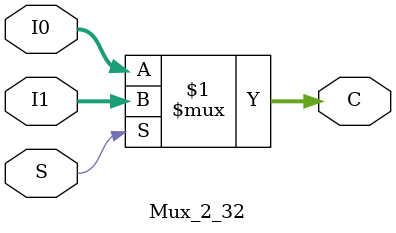
<source format=v>
`timescale 1ns / 1ps
module Mux_2_32(
    input [31:0] I0,
    input [31:0] I1,
    input S,
    output [31:0] C
    );
assign C = (S) ? I1 : I0;

endmodule

</source>
